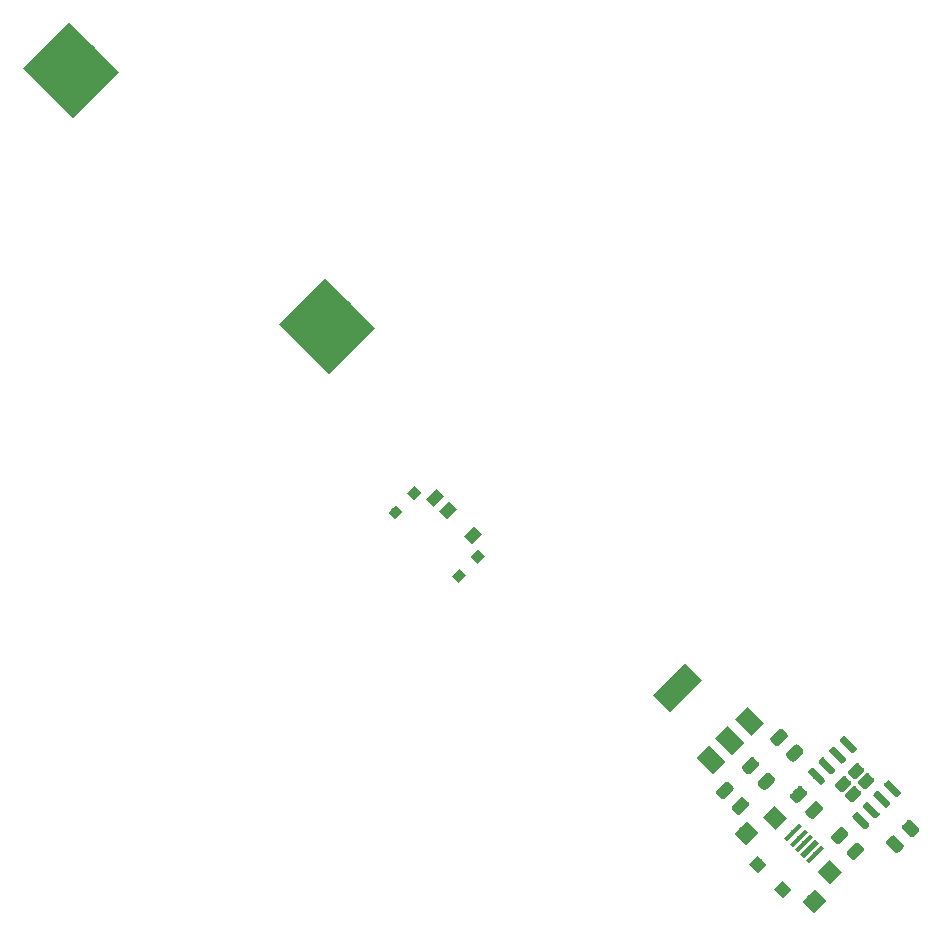
<source format=gbr>
G04 #@! TF.GenerationSoftware,KiCad,Pcbnew,5.1.2*
G04 #@! TF.CreationDate,2019-07-14T10:42:41-05:00*
G04 #@! TF.ProjectId,Master_Sword_(Ocarina_of_Time),4d617374-6572-45f5-9377-6f72645f284f,rev?*
G04 #@! TF.SameCoordinates,Original*
G04 #@! TF.FileFunction,Paste,Bot*
G04 #@! TF.FilePolarity,Positive*
%FSLAX46Y46*%
G04 Gerber Fmt 4.6, Leading zero omitted, Abs format (unit mm)*
G04 Created by KiCad (PCBNEW 5.1.2) date 2019-07-14 10:42:41*
%MOMM*%
%LPD*%
G04 APERTURE LIST*
%ADD10C,5.500000*%
%ADD11C,0.100000*%
%ADD12C,0.975000*%
%ADD13C,1.000000*%
%ADD14C,1.350000*%
%ADD15C,0.400000*%
%ADD16C,1.400000*%
%ADD17C,0.800000*%
%ADD18C,0.900000*%
%ADD19C,0.970000*%
%ADD20C,0.600000*%
%ADD21C,2.000000*%
%ADD22C,1.500000*%
G04 APERTURE END LIST*
D10*
X121548963Y-82634022D03*
D11*
G36*
X125614827Y-82810799D02*
G01*
X121725740Y-86699886D01*
X117483099Y-82457245D01*
X121372186Y-78568158D01*
X125614827Y-82810799D01*
X125614827Y-82810799D01*
G37*
D10*
X99911495Y-60996554D03*
D11*
G36*
X103977359Y-61173331D02*
G01*
X100088272Y-65062418D01*
X95845631Y-60819777D01*
X99734718Y-56930690D01*
X103977359Y-61173331D01*
X103977359Y-61173331D01*
G37*
G36*
X166491473Y-126364829D02*
G01*
X166515134Y-126368339D01*
X166538338Y-126374151D01*
X166560860Y-126382209D01*
X166582484Y-126392437D01*
X166603001Y-126404734D01*
X166622214Y-126418984D01*
X166639938Y-126435048D01*
X166984653Y-126779763D01*
X167000717Y-126797487D01*
X167014967Y-126816700D01*
X167027264Y-126837217D01*
X167037492Y-126858841D01*
X167045550Y-126881363D01*
X167051362Y-126904567D01*
X167054872Y-126928228D01*
X167056046Y-126952120D01*
X167054872Y-126976012D01*
X167051362Y-126999673D01*
X167045550Y-127022877D01*
X167037492Y-127045399D01*
X167027264Y-127067023D01*
X167014967Y-127087540D01*
X167000717Y-127106753D01*
X166984653Y-127124477D01*
X166339418Y-127769712D01*
X166321694Y-127785776D01*
X166302481Y-127800026D01*
X166281964Y-127812323D01*
X166260340Y-127822551D01*
X166237818Y-127830609D01*
X166214614Y-127836421D01*
X166190953Y-127839931D01*
X166167061Y-127841105D01*
X166143169Y-127839931D01*
X166119508Y-127836421D01*
X166096304Y-127830609D01*
X166073782Y-127822551D01*
X166052158Y-127812323D01*
X166031641Y-127800026D01*
X166012428Y-127785776D01*
X165994704Y-127769712D01*
X165649989Y-127424997D01*
X165633925Y-127407273D01*
X165619675Y-127388060D01*
X165607378Y-127367543D01*
X165597150Y-127345919D01*
X165589092Y-127323397D01*
X165583280Y-127300193D01*
X165579770Y-127276532D01*
X165578596Y-127252640D01*
X165579770Y-127228748D01*
X165583280Y-127205087D01*
X165589092Y-127181883D01*
X165597150Y-127159361D01*
X165607378Y-127137737D01*
X165619675Y-127117220D01*
X165633925Y-127098007D01*
X165649989Y-127080283D01*
X166295224Y-126435048D01*
X166312948Y-126418984D01*
X166332161Y-126404734D01*
X166352678Y-126392437D01*
X166374302Y-126382209D01*
X166396824Y-126374151D01*
X166420028Y-126368339D01*
X166443689Y-126364829D01*
X166467581Y-126363655D01*
X166491473Y-126364829D01*
X166491473Y-126364829D01*
G37*
D12*
X166317321Y-127102380D03*
D11*
G36*
X165165647Y-125039003D02*
G01*
X165189308Y-125042513D01*
X165212512Y-125048325D01*
X165235034Y-125056383D01*
X165256658Y-125066611D01*
X165277175Y-125078908D01*
X165296388Y-125093158D01*
X165314112Y-125109222D01*
X165658827Y-125453937D01*
X165674891Y-125471661D01*
X165689141Y-125490874D01*
X165701438Y-125511391D01*
X165711666Y-125533015D01*
X165719724Y-125555537D01*
X165725536Y-125578741D01*
X165729046Y-125602402D01*
X165730220Y-125626294D01*
X165729046Y-125650186D01*
X165725536Y-125673847D01*
X165719724Y-125697051D01*
X165711666Y-125719573D01*
X165701438Y-125741197D01*
X165689141Y-125761714D01*
X165674891Y-125780927D01*
X165658827Y-125798651D01*
X165013592Y-126443886D01*
X164995868Y-126459950D01*
X164976655Y-126474200D01*
X164956138Y-126486497D01*
X164934514Y-126496725D01*
X164911992Y-126504783D01*
X164888788Y-126510595D01*
X164865127Y-126514105D01*
X164841235Y-126515279D01*
X164817343Y-126514105D01*
X164793682Y-126510595D01*
X164770478Y-126504783D01*
X164747956Y-126496725D01*
X164726332Y-126486497D01*
X164705815Y-126474200D01*
X164686602Y-126459950D01*
X164668878Y-126443886D01*
X164324163Y-126099171D01*
X164308099Y-126081447D01*
X164293849Y-126062234D01*
X164281552Y-126041717D01*
X164271324Y-126020093D01*
X164263266Y-125997571D01*
X164257454Y-125974367D01*
X164253944Y-125950706D01*
X164252770Y-125926814D01*
X164253944Y-125902922D01*
X164257454Y-125879261D01*
X164263266Y-125856057D01*
X164271324Y-125833535D01*
X164281552Y-125811911D01*
X164293849Y-125791394D01*
X164308099Y-125772181D01*
X164324163Y-125754457D01*
X164969398Y-125109222D01*
X164987122Y-125093158D01*
X165006335Y-125078908D01*
X165026852Y-125066611D01*
X165048476Y-125056383D01*
X165070998Y-125048325D01*
X165094202Y-125042513D01*
X165117863Y-125039003D01*
X165141755Y-125037829D01*
X165165647Y-125039003D01*
X165165647Y-125039003D01*
G37*
D12*
X164991495Y-125776554D03*
D11*
G36*
X158945648Y-120449004D02*
G01*
X158969309Y-120452514D01*
X158992513Y-120458326D01*
X159015035Y-120466384D01*
X159036659Y-120476612D01*
X159057176Y-120488909D01*
X159076389Y-120503159D01*
X159094113Y-120519223D01*
X159438828Y-120863938D01*
X159454892Y-120881662D01*
X159469142Y-120900875D01*
X159481439Y-120921392D01*
X159491667Y-120943016D01*
X159499725Y-120965538D01*
X159505537Y-120988742D01*
X159509047Y-121012403D01*
X159510221Y-121036295D01*
X159509047Y-121060187D01*
X159505537Y-121083848D01*
X159499725Y-121107052D01*
X159491667Y-121129574D01*
X159481439Y-121151198D01*
X159469142Y-121171715D01*
X159454892Y-121190928D01*
X159438828Y-121208652D01*
X158793593Y-121853887D01*
X158775869Y-121869951D01*
X158756656Y-121884201D01*
X158736139Y-121896498D01*
X158714515Y-121906726D01*
X158691993Y-121914784D01*
X158668789Y-121920596D01*
X158645128Y-121924106D01*
X158621236Y-121925280D01*
X158597344Y-121924106D01*
X158573683Y-121920596D01*
X158550479Y-121914784D01*
X158527957Y-121906726D01*
X158506333Y-121896498D01*
X158485816Y-121884201D01*
X158466603Y-121869951D01*
X158448879Y-121853887D01*
X158104164Y-121509172D01*
X158088100Y-121491448D01*
X158073850Y-121472235D01*
X158061553Y-121451718D01*
X158051325Y-121430094D01*
X158043267Y-121407572D01*
X158037455Y-121384368D01*
X158033945Y-121360707D01*
X158032771Y-121336815D01*
X158033945Y-121312923D01*
X158037455Y-121289262D01*
X158043267Y-121266058D01*
X158051325Y-121243536D01*
X158061553Y-121221912D01*
X158073850Y-121201395D01*
X158088100Y-121182182D01*
X158104164Y-121164458D01*
X158749399Y-120519223D01*
X158767123Y-120503159D01*
X158786336Y-120488909D01*
X158806853Y-120476612D01*
X158828477Y-120466384D01*
X158850999Y-120458326D01*
X158874203Y-120452514D01*
X158897864Y-120449004D01*
X158921756Y-120447830D01*
X158945648Y-120449004D01*
X158945648Y-120449004D01*
G37*
D12*
X158771496Y-121186555D03*
D11*
G36*
X157619822Y-119123178D02*
G01*
X157643483Y-119126688D01*
X157666687Y-119132500D01*
X157689209Y-119140558D01*
X157710833Y-119150786D01*
X157731350Y-119163083D01*
X157750563Y-119177333D01*
X157768287Y-119193397D01*
X158113002Y-119538112D01*
X158129066Y-119555836D01*
X158143316Y-119575049D01*
X158155613Y-119595566D01*
X158165841Y-119617190D01*
X158173899Y-119639712D01*
X158179711Y-119662916D01*
X158183221Y-119686577D01*
X158184395Y-119710469D01*
X158183221Y-119734361D01*
X158179711Y-119758022D01*
X158173899Y-119781226D01*
X158165841Y-119803748D01*
X158155613Y-119825372D01*
X158143316Y-119845889D01*
X158129066Y-119865102D01*
X158113002Y-119882826D01*
X157467767Y-120528061D01*
X157450043Y-120544125D01*
X157430830Y-120558375D01*
X157410313Y-120570672D01*
X157388689Y-120580900D01*
X157366167Y-120588958D01*
X157342963Y-120594770D01*
X157319302Y-120598280D01*
X157295410Y-120599454D01*
X157271518Y-120598280D01*
X157247857Y-120594770D01*
X157224653Y-120588958D01*
X157202131Y-120580900D01*
X157180507Y-120570672D01*
X157159990Y-120558375D01*
X157140777Y-120544125D01*
X157123053Y-120528061D01*
X156778338Y-120183346D01*
X156762274Y-120165622D01*
X156748024Y-120146409D01*
X156735727Y-120125892D01*
X156725499Y-120104268D01*
X156717441Y-120081746D01*
X156711629Y-120058542D01*
X156708119Y-120034881D01*
X156706945Y-120010989D01*
X156708119Y-119987097D01*
X156711629Y-119963436D01*
X156717441Y-119940232D01*
X156725499Y-119917710D01*
X156735727Y-119896086D01*
X156748024Y-119875569D01*
X156762274Y-119856356D01*
X156778338Y-119838632D01*
X157423573Y-119193397D01*
X157441297Y-119177333D01*
X157460510Y-119163083D01*
X157481027Y-119150786D01*
X157502651Y-119140558D01*
X157525173Y-119132500D01*
X157548377Y-119126688D01*
X157572038Y-119123178D01*
X157595930Y-119122004D01*
X157619822Y-119123178D01*
X157619822Y-119123178D01*
G37*
D12*
X157445670Y-119860729D03*
D11*
G36*
X155439821Y-121213177D02*
G01*
X155463482Y-121216687D01*
X155486686Y-121222499D01*
X155509208Y-121230557D01*
X155530832Y-121240785D01*
X155551349Y-121253082D01*
X155570562Y-121267332D01*
X155588286Y-121283396D01*
X155933001Y-121628111D01*
X155949065Y-121645835D01*
X155963315Y-121665048D01*
X155975612Y-121685565D01*
X155985840Y-121707189D01*
X155993898Y-121729711D01*
X155999710Y-121752915D01*
X156003220Y-121776576D01*
X156004394Y-121800468D01*
X156003220Y-121824360D01*
X155999710Y-121848021D01*
X155993898Y-121871225D01*
X155985840Y-121893747D01*
X155975612Y-121915371D01*
X155963315Y-121935888D01*
X155949065Y-121955101D01*
X155933001Y-121972825D01*
X155287766Y-122618060D01*
X155270042Y-122634124D01*
X155250829Y-122648374D01*
X155230312Y-122660671D01*
X155208688Y-122670899D01*
X155186166Y-122678957D01*
X155162962Y-122684769D01*
X155139301Y-122688279D01*
X155115409Y-122689453D01*
X155091517Y-122688279D01*
X155067856Y-122684769D01*
X155044652Y-122678957D01*
X155022130Y-122670899D01*
X155000506Y-122660671D01*
X154979989Y-122648374D01*
X154960776Y-122634124D01*
X154943052Y-122618060D01*
X154598337Y-122273345D01*
X154582273Y-122255621D01*
X154568023Y-122236408D01*
X154555726Y-122215891D01*
X154545498Y-122194267D01*
X154537440Y-122171745D01*
X154531628Y-122148541D01*
X154528118Y-122124880D01*
X154526944Y-122100988D01*
X154528118Y-122077096D01*
X154531628Y-122053435D01*
X154537440Y-122030231D01*
X154545498Y-122007709D01*
X154555726Y-121986085D01*
X154568023Y-121965568D01*
X154582273Y-121946355D01*
X154598337Y-121928631D01*
X155243572Y-121283396D01*
X155261296Y-121267332D01*
X155280509Y-121253082D01*
X155301026Y-121240785D01*
X155322650Y-121230557D01*
X155345172Y-121222499D01*
X155368376Y-121216687D01*
X155392037Y-121213177D01*
X155415929Y-121212003D01*
X155439821Y-121213177D01*
X155439821Y-121213177D01*
G37*
D12*
X155265669Y-121950728D03*
D11*
G36*
X156765647Y-122539003D02*
G01*
X156789308Y-122542513D01*
X156812512Y-122548325D01*
X156835034Y-122556383D01*
X156856658Y-122566611D01*
X156877175Y-122578908D01*
X156896388Y-122593158D01*
X156914112Y-122609222D01*
X157258827Y-122953937D01*
X157274891Y-122971661D01*
X157289141Y-122990874D01*
X157301438Y-123011391D01*
X157311666Y-123033015D01*
X157319724Y-123055537D01*
X157325536Y-123078741D01*
X157329046Y-123102402D01*
X157330220Y-123126294D01*
X157329046Y-123150186D01*
X157325536Y-123173847D01*
X157319724Y-123197051D01*
X157311666Y-123219573D01*
X157301438Y-123241197D01*
X157289141Y-123261714D01*
X157274891Y-123280927D01*
X157258827Y-123298651D01*
X156613592Y-123943886D01*
X156595868Y-123959950D01*
X156576655Y-123974200D01*
X156556138Y-123986497D01*
X156534514Y-123996725D01*
X156511992Y-124004783D01*
X156488788Y-124010595D01*
X156465127Y-124014105D01*
X156441235Y-124015279D01*
X156417343Y-124014105D01*
X156393682Y-124010595D01*
X156370478Y-124004783D01*
X156347956Y-123996725D01*
X156326332Y-123986497D01*
X156305815Y-123974200D01*
X156286602Y-123959950D01*
X156268878Y-123943886D01*
X155924163Y-123599171D01*
X155908099Y-123581447D01*
X155893849Y-123562234D01*
X155881552Y-123541717D01*
X155871324Y-123520093D01*
X155863266Y-123497571D01*
X155857454Y-123474367D01*
X155853944Y-123450706D01*
X155852770Y-123426814D01*
X155853944Y-123402922D01*
X155857454Y-123379261D01*
X155863266Y-123356057D01*
X155871324Y-123333535D01*
X155881552Y-123311911D01*
X155893849Y-123291394D01*
X155908099Y-123272181D01*
X155924163Y-123254457D01*
X156569398Y-122609222D01*
X156587122Y-122593158D01*
X156606335Y-122578908D01*
X156626852Y-122566611D01*
X156648476Y-122556383D01*
X156670998Y-122548325D01*
X156694202Y-122542513D01*
X156717863Y-122539003D01*
X156741755Y-122537829D01*
X156765647Y-122539003D01*
X156765647Y-122539003D01*
G37*
D12*
X156591495Y-123276554D03*
D11*
G36*
X161358560Y-118051917D02*
G01*
X161382221Y-118055427D01*
X161405425Y-118061239D01*
X161427947Y-118069297D01*
X161449571Y-118079525D01*
X161470088Y-118091822D01*
X161489301Y-118106072D01*
X161507025Y-118122136D01*
X161851740Y-118466851D01*
X161867804Y-118484575D01*
X161882054Y-118503788D01*
X161894351Y-118524305D01*
X161904579Y-118545929D01*
X161912637Y-118568451D01*
X161918449Y-118591655D01*
X161921959Y-118615316D01*
X161923133Y-118639208D01*
X161921959Y-118663100D01*
X161918449Y-118686761D01*
X161912637Y-118709965D01*
X161904579Y-118732487D01*
X161894351Y-118754111D01*
X161882054Y-118774628D01*
X161867804Y-118793841D01*
X161851740Y-118811565D01*
X161206505Y-119456800D01*
X161188781Y-119472864D01*
X161169568Y-119487114D01*
X161149051Y-119499411D01*
X161127427Y-119509639D01*
X161104905Y-119517697D01*
X161081701Y-119523509D01*
X161058040Y-119527019D01*
X161034148Y-119528193D01*
X161010256Y-119527019D01*
X160986595Y-119523509D01*
X160963391Y-119517697D01*
X160940869Y-119509639D01*
X160919245Y-119499411D01*
X160898728Y-119487114D01*
X160879515Y-119472864D01*
X160861791Y-119456800D01*
X160517076Y-119112085D01*
X160501012Y-119094361D01*
X160486762Y-119075148D01*
X160474465Y-119054631D01*
X160464237Y-119033007D01*
X160456179Y-119010485D01*
X160450367Y-118987281D01*
X160446857Y-118963620D01*
X160445683Y-118939728D01*
X160446857Y-118915836D01*
X160450367Y-118892175D01*
X160456179Y-118868971D01*
X160464237Y-118846449D01*
X160474465Y-118824825D01*
X160486762Y-118804308D01*
X160501012Y-118785095D01*
X160517076Y-118767371D01*
X161162311Y-118122136D01*
X161180035Y-118106072D01*
X161199248Y-118091822D01*
X161219765Y-118079525D01*
X161241389Y-118069297D01*
X161263911Y-118061239D01*
X161287115Y-118055427D01*
X161310776Y-118051917D01*
X161334668Y-118050743D01*
X161358560Y-118051917D01*
X161358560Y-118051917D01*
G37*
D12*
X161184408Y-118789468D03*
D11*
G36*
X160032734Y-116726091D02*
G01*
X160056395Y-116729601D01*
X160079599Y-116735413D01*
X160102121Y-116743471D01*
X160123745Y-116753699D01*
X160144262Y-116765996D01*
X160163475Y-116780246D01*
X160181199Y-116796310D01*
X160525914Y-117141025D01*
X160541978Y-117158749D01*
X160556228Y-117177962D01*
X160568525Y-117198479D01*
X160578753Y-117220103D01*
X160586811Y-117242625D01*
X160592623Y-117265829D01*
X160596133Y-117289490D01*
X160597307Y-117313382D01*
X160596133Y-117337274D01*
X160592623Y-117360935D01*
X160586811Y-117384139D01*
X160578753Y-117406661D01*
X160568525Y-117428285D01*
X160556228Y-117448802D01*
X160541978Y-117468015D01*
X160525914Y-117485739D01*
X159880679Y-118130974D01*
X159862955Y-118147038D01*
X159843742Y-118161288D01*
X159823225Y-118173585D01*
X159801601Y-118183813D01*
X159779079Y-118191871D01*
X159755875Y-118197683D01*
X159732214Y-118201193D01*
X159708322Y-118202367D01*
X159684430Y-118201193D01*
X159660769Y-118197683D01*
X159637565Y-118191871D01*
X159615043Y-118183813D01*
X159593419Y-118173585D01*
X159572902Y-118161288D01*
X159553689Y-118147038D01*
X159535965Y-118130974D01*
X159191250Y-117786259D01*
X159175186Y-117768535D01*
X159160936Y-117749322D01*
X159148639Y-117728805D01*
X159138411Y-117707181D01*
X159130353Y-117684659D01*
X159124541Y-117661455D01*
X159121031Y-117637794D01*
X159119857Y-117613902D01*
X159121031Y-117590010D01*
X159124541Y-117566349D01*
X159130353Y-117543145D01*
X159138411Y-117520623D01*
X159148639Y-117498999D01*
X159160936Y-117478482D01*
X159175186Y-117459269D01*
X159191250Y-117441545D01*
X159836485Y-116796310D01*
X159854209Y-116780246D01*
X159873422Y-116765996D01*
X159893939Y-116753699D01*
X159915563Y-116743471D01*
X159938085Y-116735413D01*
X159961289Y-116729601D01*
X159984950Y-116726091D01*
X160008842Y-116724917D01*
X160032734Y-116726091D01*
X160032734Y-116726091D01*
G37*
D12*
X159858582Y-117463642D03*
D13*
X158056571Y-128226352D03*
D11*
G36*
X158799033Y-128261707D02*
G01*
X158091926Y-128968814D01*
X157314109Y-128190997D01*
X158021216Y-127483890D01*
X158799033Y-128261707D01*
X158799033Y-128261707D01*
G37*
D13*
X160177891Y-130347672D03*
D11*
G36*
X160920353Y-130383027D02*
G01*
X160213246Y-131090134D01*
X159435429Y-130312317D01*
X160142536Y-129605210D01*
X160920353Y-130383027D01*
X160920353Y-130383027D01*
G37*
D14*
X157070157Y-125571166D03*
D11*
G36*
X158077784Y-125518133D02*
G01*
X157017124Y-126578793D01*
X156062530Y-125624199D01*
X157123190Y-124563539D01*
X158077784Y-125518133D01*
X158077784Y-125518133D01*
G37*
D14*
X162833077Y-131334086D03*
D11*
G36*
X163840704Y-131281053D02*
G01*
X162780044Y-132341713D01*
X161825450Y-131387119D01*
X162886110Y-130326459D01*
X163840704Y-131281053D01*
X163840704Y-131281053D01*
G37*
D15*
X161061774Y-125503991D03*
D11*
G36*
X161839591Y-125009016D02*
G01*
X160566799Y-126281808D01*
X160283957Y-125998966D01*
X161556749Y-124726174D01*
X161839591Y-125009016D01*
X161839591Y-125009016D01*
G37*
D15*
X162900252Y-127342469D03*
D11*
G36*
X163678069Y-126847494D02*
G01*
X162405277Y-128120286D01*
X162122435Y-127837444D01*
X163395227Y-126564652D01*
X163678069Y-126847494D01*
X163678069Y-126847494D01*
G37*
D15*
X161521394Y-125963610D03*
D11*
G36*
X162299211Y-125468635D02*
G01*
X161026419Y-126741427D01*
X160743577Y-126458585D01*
X162016369Y-125185793D01*
X162299211Y-125468635D01*
X162299211Y-125468635D01*
G37*
D15*
X162440633Y-126882849D03*
D11*
G36*
X163218450Y-126387874D02*
G01*
X161945658Y-127660666D01*
X161662816Y-127377824D01*
X162935608Y-126105032D01*
X163218450Y-126387874D01*
X163218450Y-126387874D01*
G37*
D15*
X161981013Y-126423230D03*
D11*
G36*
X162758830Y-125928255D02*
G01*
X161486038Y-127201047D01*
X161203196Y-126918205D01*
X162475988Y-125645413D01*
X162758830Y-125928255D01*
X162758830Y-125928255D01*
G37*
D16*
X159541495Y-124266554D03*
D11*
G36*
X160566800Y-124301909D02*
G01*
X159576850Y-125291859D01*
X158516190Y-124231199D01*
X159506140Y-123241249D01*
X160566800Y-124301909D01*
X160566800Y-124301909D01*
G37*
D16*
X164137689Y-128862748D03*
D11*
G36*
X165162994Y-128898103D02*
G01*
X164173044Y-129888053D01*
X163112384Y-128827393D01*
X164102334Y-127837443D01*
X165162994Y-128898103D01*
X165162994Y-128898103D01*
G37*
G36*
X170870953Y-124443177D02*
G01*
X170894614Y-124446687D01*
X170917818Y-124452499D01*
X170940340Y-124460557D01*
X170961964Y-124470785D01*
X170982481Y-124483082D01*
X171001694Y-124497332D01*
X171019418Y-124513396D01*
X171664653Y-125158631D01*
X171680717Y-125176355D01*
X171694967Y-125195568D01*
X171707264Y-125216085D01*
X171717492Y-125237709D01*
X171725550Y-125260231D01*
X171731362Y-125283435D01*
X171734872Y-125307096D01*
X171736046Y-125330988D01*
X171734872Y-125354880D01*
X171731362Y-125378541D01*
X171725550Y-125401745D01*
X171717492Y-125424267D01*
X171707264Y-125445891D01*
X171694967Y-125466408D01*
X171680717Y-125485621D01*
X171664653Y-125503345D01*
X171319938Y-125848060D01*
X171302214Y-125864124D01*
X171283001Y-125878374D01*
X171262484Y-125890671D01*
X171240860Y-125900899D01*
X171218338Y-125908957D01*
X171195134Y-125914769D01*
X171171473Y-125918279D01*
X171147581Y-125919453D01*
X171123689Y-125918279D01*
X171100028Y-125914769D01*
X171076824Y-125908957D01*
X171054302Y-125900899D01*
X171032678Y-125890671D01*
X171012161Y-125878374D01*
X170992948Y-125864124D01*
X170975224Y-125848060D01*
X170329989Y-125202825D01*
X170313925Y-125185101D01*
X170299675Y-125165888D01*
X170287378Y-125145371D01*
X170277150Y-125123747D01*
X170269092Y-125101225D01*
X170263280Y-125078021D01*
X170259770Y-125054360D01*
X170258596Y-125030468D01*
X170259770Y-125006576D01*
X170263280Y-124982915D01*
X170269092Y-124959711D01*
X170277150Y-124937189D01*
X170287378Y-124915565D01*
X170299675Y-124895048D01*
X170313925Y-124875835D01*
X170329989Y-124858111D01*
X170674704Y-124513396D01*
X170692428Y-124497332D01*
X170711641Y-124483082D01*
X170732158Y-124470785D01*
X170753782Y-124460557D01*
X170776304Y-124452499D01*
X170799508Y-124446687D01*
X170823169Y-124443177D01*
X170847061Y-124442003D01*
X170870953Y-124443177D01*
X170870953Y-124443177D01*
G37*
D12*
X170997321Y-125180728D03*
D11*
G36*
X169545127Y-125769003D02*
G01*
X169568788Y-125772513D01*
X169591992Y-125778325D01*
X169614514Y-125786383D01*
X169636138Y-125796611D01*
X169656655Y-125808908D01*
X169675868Y-125823158D01*
X169693592Y-125839222D01*
X170338827Y-126484457D01*
X170354891Y-126502181D01*
X170369141Y-126521394D01*
X170381438Y-126541911D01*
X170391666Y-126563535D01*
X170399724Y-126586057D01*
X170405536Y-126609261D01*
X170409046Y-126632922D01*
X170410220Y-126656814D01*
X170409046Y-126680706D01*
X170405536Y-126704367D01*
X170399724Y-126727571D01*
X170391666Y-126750093D01*
X170381438Y-126771717D01*
X170369141Y-126792234D01*
X170354891Y-126811447D01*
X170338827Y-126829171D01*
X169994112Y-127173886D01*
X169976388Y-127189950D01*
X169957175Y-127204200D01*
X169936658Y-127216497D01*
X169915034Y-127226725D01*
X169892512Y-127234783D01*
X169869308Y-127240595D01*
X169845647Y-127244105D01*
X169821755Y-127245279D01*
X169797863Y-127244105D01*
X169774202Y-127240595D01*
X169750998Y-127234783D01*
X169728476Y-127226725D01*
X169706852Y-127216497D01*
X169686335Y-127204200D01*
X169667122Y-127189950D01*
X169649398Y-127173886D01*
X169004163Y-126528651D01*
X168988099Y-126510927D01*
X168973849Y-126491714D01*
X168961552Y-126471197D01*
X168951324Y-126449573D01*
X168943266Y-126427051D01*
X168937454Y-126403847D01*
X168933944Y-126380186D01*
X168932770Y-126356294D01*
X168933944Y-126332402D01*
X168937454Y-126308741D01*
X168943266Y-126285537D01*
X168951324Y-126263015D01*
X168961552Y-126241391D01*
X168973849Y-126220874D01*
X168988099Y-126201661D01*
X169004163Y-126183937D01*
X169348878Y-125839222D01*
X169366602Y-125823158D01*
X169385815Y-125808908D01*
X169406332Y-125796611D01*
X169427956Y-125786383D01*
X169450478Y-125778325D01*
X169473682Y-125772513D01*
X169497343Y-125769003D01*
X169521235Y-125767829D01*
X169545127Y-125769003D01*
X169545127Y-125769003D01*
G37*
D12*
X169671495Y-126506554D03*
D11*
G36*
X162995648Y-122879004D02*
G01*
X163019309Y-122882514D01*
X163042513Y-122888326D01*
X163065035Y-122896384D01*
X163086659Y-122906612D01*
X163107176Y-122918909D01*
X163126389Y-122933159D01*
X163144113Y-122949223D01*
X163488828Y-123293938D01*
X163504892Y-123311662D01*
X163519142Y-123330875D01*
X163531439Y-123351392D01*
X163541667Y-123373016D01*
X163549725Y-123395538D01*
X163555537Y-123418742D01*
X163559047Y-123442403D01*
X163560221Y-123466295D01*
X163559047Y-123490187D01*
X163555537Y-123513848D01*
X163549725Y-123537052D01*
X163541667Y-123559574D01*
X163531439Y-123581198D01*
X163519142Y-123601715D01*
X163504892Y-123620928D01*
X163488828Y-123638652D01*
X162843593Y-124283887D01*
X162825869Y-124299951D01*
X162806656Y-124314201D01*
X162786139Y-124326498D01*
X162764515Y-124336726D01*
X162741993Y-124344784D01*
X162718789Y-124350596D01*
X162695128Y-124354106D01*
X162671236Y-124355280D01*
X162647344Y-124354106D01*
X162623683Y-124350596D01*
X162600479Y-124344784D01*
X162577957Y-124336726D01*
X162556333Y-124326498D01*
X162535816Y-124314201D01*
X162516603Y-124299951D01*
X162498879Y-124283887D01*
X162154164Y-123939172D01*
X162138100Y-123921448D01*
X162123850Y-123902235D01*
X162111553Y-123881718D01*
X162101325Y-123860094D01*
X162093267Y-123837572D01*
X162087455Y-123814368D01*
X162083945Y-123790707D01*
X162082771Y-123766815D01*
X162083945Y-123742923D01*
X162087455Y-123719262D01*
X162093267Y-123696058D01*
X162101325Y-123673536D01*
X162111553Y-123651912D01*
X162123850Y-123631395D01*
X162138100Y-123612182D01*
X162154164Y-123594458D01*
X162799399Y-122949223D01*
X162817123Y-122933159D01*
X162836336Y-122918909D01*
X162856853Y-122906612D01*
X162878477Y-122896384D01*
X162900999Y-122888326D01*
X162924203Y-122882514D01*
X162947864Y-122879004D01*
X162971756Y-122877830D01*
X162995648Y-122879004D01*
X162995648Y-122879004D01*
G37*
D12*
X162821496Y-123616555D03*
D11*
G36*
X161669822Y-121553178D02*
G01*
X161693483Y-121556688D01*
X161716687Y-121562500D01*
X161739209Y-121570558D01*
X161760833Y-121580786D01*
X161781350Y-121593083D01*
X161800563Y-121607333D01*
X161818287Y-121623397D01*
X162163002Y-121968112D01*
X162179066Y-121985836D01*
X162193316Y-122005049D01*
X162205613Y-122025566D01*
X162215841Y-122047190D01*
X162223899Y-122069712D01*
X162229711Y-122092916D01*
X162233221Y-122116577D01*
X162234395Y-122140469D01*
X162233221Y-122164361D01*
X162229711Y-122188022D01*
X162223899Y-122211226D01*
X162215841Y-122233748D01*
X162205613Y-122255372D01*
X162193316Y-122275889D01*
X162179066Y-122295102D01*
X162163002Y-122312826D01*
X161517767Y-122958061D01*
X161500043Y-122974125D01*
X161480830Y-122988375D01*
X161460313Y-123000672D01*
X161438689Y-123010900D01*
X161416167Y-123018958D01*
X161392963Y-123024770D01*
X161369302Y-123028280D01*
X161345410Y-123029454D01*
X161321518Y-123028280D01*
X161297857Y-123024770D01*
X161274653Y-123018958D01*
X161252131Y-123010900D01*
X161230507Y-123000672D01*
X161209990Y-122988375D01*
X161190777Y-122974125D01*
X161173053Y-122958061D01*
X160828338Y-122613346D01*
X160812274Y-122595622D01*
X160798024Y-122576409D01*
X160785727Y-122555892D01*
X160775499Y-122534268D01*
X160767441Y-122511746D01*
X160761629Y-122488542D01*
X160758119Y-122464881D01*
X160756945Y-122440989D01*
X160758119Y-122417097D01*
X160761629Y-122393436D01*
X160767441Y-122370232D01*
X160775499Y-122347710D01*
X160785727Y-122326086D01*
X160798024Y-122305569D01*
X160812274Y-122286356D01*
X160828338Y-122268632D01*
X161473573Y-121623397D01*
X161491297Y-121607333D01*
X161510510Y-121593083D01*
X161531027Y-121580786D01*
X161552651Y-121570558D01*
X161575173Y-121562500D01*
X161598377Y-121556688D01*
X161622038Y-121553178D01*
X161645930Y-121552004D01*
X161669822Y-121553178D01*
X161669822Y-121553178D01*
G37*
D12*
X161495670Y-122290729D03*
D17*
X127351316Y-98402722D03*
D11*
G36*
X126750275Y-98438077D02*
G01*
X127386671Y-97801681D01*
X127952357Y-98367367D01*
X127315961Y-99003763D01*
X126750275Y-98438077D01*
X126750275Y-98438077D01*
G37*
D17*
X132725328Y-103776734D03*
D11*
G36*
X132124287Y-103812089D02*
G01*
X132760683Y-103175693D01*
X133326369Y-103741379D01*
X132689973Y-104377775D01*
X132124287Y-103812089D01*
X132124287Y-103812089D01*
G37*
D17*
X134358745Y-102157459D03*
D11*
G36*
X133757704Y-102192814D02*
G01*
X134394100Y-101556418D01*
X134959786Y-102122104D01*
X134323390Y-102758500D01*
X133757704Y-102192814D01*
X133757704Y-102192814D01*
G37*
D17*
X128977662Y-96776376D03*
D11*
G36*
X128376621Y-96811731D02*
G01*
X129013017Y-96175335D01*
X129578703Y-96741021D01*
X128942307Y-97377417D01*
X128376621Y-96811731D01*
X128376621Y-96811731D01*
G37*
D18*
X130763107Y-97182963D03*
D11*
G36*
X130002967Y-97306707D02*
G01*
X130886851Y-96422823D01*
X131523247Y-97059219D01*
X130639363Y-97943103D01*
X130002967Y-97306707D01*
X130002967Y-97306707D01*
G37*
D18*
X131823767Y-98243623D03*
D11*
G36*
X131063627Y-98367367D02*
G01*
X131947511Y-97483483D01*
X132583907Y-98119879D01*
X131700023Y-99003763D01*
X131063627Y-98367367D01*
X131063627Y-98367367D01*
G37*
D18*
X133945087Y-100364943D03*
D11*
G36*
X133184947Y-100488687D02*
G01*
X134068831Y-99604803D01*
X134705227Y-100241199D01*
X133821343Y-101125083D01*
X133184947Y-100488687D01*
X133184947Y-100488687D01*
G37*
G36*
X167336532Y-120479537D02*
G01*
X167360072Y-120483029D01*
X167383157Y-120488811D01*
X167405564Y-120496828D01*
X167427077Y-120507003D01*
X167447489Y-120519238D01*
X167466603Y-120533414D01*
X167484236Y-120549396D01*
X167827183Y-120892343D01*
X167843165Y-120909976D01*
X167857341Y-120929090D01*
X167869576Y-120949502D01*
X167879751Y-120971015D01*
X167887768Y-120993422D01*
X167893550Y-121016507D01*
X167897042Y-121040047D01*
X167898210Y-121063816D01*
X167897042Y-121087585D01*
X167893550Y-121111125D01*
X167887768Y-121134210D01*
X167879751Y-121156617D01*
X167869576Y-121178130D01*
X167857341Y-121198542D01*
X167843165Y-121217656D01*
X167827183Y-121235289D01*
X167286246Y-121776226D01*
X167268613Y-121792208D01*
X167249499Y-121806384D01*
X167229087Y-121818619D01*
X167207574Y-121828794D01*
X167185167Y-121836811D01*
X167162082Y-121842593D01*
X167138542Y-121846085D01*
X167114773Y-121847253D01*
X167091004Y-121846085D01*
X167067464Y-121842593D01*
X167044379Y-121836811D01*
X167021972Y-121828794D01*
X167000459Y-121818619D01*
X166980047Y-121806384D01*
X166960933Y-121792208D01*
X166943300Y-121776226D01*
X166600353Y-121433279D01*
X166584371Y-121415646D01*
X166570195Y-121396532D01*
X166557960Y-121376120D01*
X166547785Y-121354607D01*
X166539768Y-121332200D01*
X166533986Y-121309115D01*
X166530494Y-121285575D01*
X166529326Y-121261806D01*
X166530494Y-121238037D01*
X166533986Y-121214497D01*
X166539768Y-121191412D01*
X166547785Y-121169005D01*
X166557960Y-121147492D01*
X166570195Y-121127080D01*
X166584371Y-121107966D01*
X166600353Y-121090333D01*
X167141290Y-120549396D01*
X167158923Y-120533414D01*
X167178037Y-120519238D01*
X167198449Y-120507003D01*
X167219962Y-120496828D01*
X167242369Y-120488811D01*
X167265454Y-120483029D01*
X167288994Y-120479537D01*
X167312763Y-120478369D01*
X167336532Y-120479537D01*
X167336532Y-120479537D01*
G37*
D19*
X167213768Y-121162811D03*
D11*
G36*
X166240516Y-121575553D02*
G01*
X166264056Y-121579045D01*
X166287141Y-121584827D01*
X166309548Y-121592844D01*
X166331061Y-121603019D01*
X166351473Y-121615254D01*
X166370587Y-121629430D01*
X166388220Y-121645412D01*
X166731167Y-121988359D01*
X166747149Y-122005992D01*
X166761325Y-122025106D01*
X166773560Y-122045518D01*
X166783735Y-122067031D01*
X166791752Y-122089438D01*
X166797534Y-122112523D01*
X166801026Y-122136063D01*
X166802194Y-122159832D01*
X166801026Y-122183601D01*
X166797534Y-122207141D01*
X166791752Y-122230226D01*
X166783735Y-122252633D01*
X166773560Y-122274146D01*
X166761325Y-122294558D01*
X166747149Y-122313672D01*
X166731167Y-122331305D01*
X166190230Y-122872242D01*
X166172597Y-122888224D01*
X166153483Y-122902400D01*
X166133071Y-122914635D01*
X166111558Y-122924810D01*
X166089151Y-122932827D01*
X166066066Y-122938609D01*
X166042526Y-122942101D01*
X166018757Y-122943269D01*
X165994988Y-122942101D01*
X165971448Y-122938609D01*
X165948363Y-122932827D01*
X165925956Y-122924810D01*
X165904443Y-122914635D01*
X165884031Y-122902400D01*
X165864917Y-122888224D01*
X165847284Y-122872242D01*
X165504337Y-122529295D01*
X165488355Y-122511662D01*
X165474179Y-122492548D01*
X165461944Y-122472136D01*
X165451769Y-122450623D01*
X165443752Y-122428216D01*
X165437970Y-122405131D01*
X165434478Y-122381591D01*
X165433310Y-122357822D01*
X165434478Y-122334053D01*
X165437970Y-122310513D01*
X165443752Y-122287428D01*
X165451769Y-122265021D01*
X165461944Y-122243508D01*
X165474179Y-122223096D01*
X165488355Y-122203982D01*
X165504337Y-122186349D01*
X166045274Y-121645412D01*
X166062907Y-121629430D01*
X166082021Y-121615254D01*
X166102433Y-121603019D01*
X166123946Y-121592844D01*
X166146353Y-121584827D01*
X166169438Y-121579045D01*
X166192978Y-121575553D01*
X166216747Y-121574385D01*
X166240516Y-121575553D01*
X166240516Y-121575553D01*
G37*
D19*
X166117752Y-122258827D03*
D11*
G36*
X166488004Y-119631009D02*
G01*
X166511544Y-119634501D01*
X166534629Y-119640283D01*
X166557036Y-119648300D01*
X166578549Y-119658475D01*
X166598961Y-119670710D01*
X166618075Y-119684886D01*
X166635708Y-119700868D01*
X166978655Y-120043815D01*
X166994637Y-120061448D01*
X167008813Y-120080562D01*
X167021048Y-120100974D01*
X167031223Y-120122487D01*
X167039240Y-120144894D01*
X167045022Y-120167979D01*
X167048514Y-120191519D01*
X167049682Y-120215288D01*
X167048514Y-120239057D01*
X167045022Y-120262597D01*
X167039240Y-120285682D01*
X167031223Y-120308089D01*
X167021048Y-120329602D01*
X167008813Y-120350014D01*
X166994637Y-120369128D01*
X166978655Y-120386761D01*
X166437718Y-120927698D01*
X166420085Y-120943680D01*
X166400971Y-120957856D01*
X166380559Y-120970091D01*
X166359046Y-120980266D01*
X166336639Y-120988283D01*
X166313554Y-120994065D01*
X166290014Y-120997557D01*
X166266245Y-120998725D01*
X166242476Y-120997557D01*
X166218936Y-120994065D01*
X166195851Y-120988283D01*
X166173444Y-120980266D01*
X166151931Y-120970091D01*
X166131519Y-120957856D01*
X166112405Y-120943680D01*
X166094772Y-120927698D01*
X165751825Y-120584751D01*
X165735843Y-120567118D01*
X165721667Y-120548004D01*
X165709432Y-120527592D01*
X165699257Y-120506079D01*
X165691240Y-120483672D01*
X165685458Y-120460587D01*
X165681966Y-120437047D01*
X165680798Y-120413278D01*
X165681966Y-120389509D01*
X165685458Y-120365969D01*
X165691240Y-120342884D01*
X165699257Y-120320477D01*
X165709432Y-120298964D01*
X165721667Y-120278552D01*
X165735843Y-120259438D01*
X165751825Y-120241805D01*
X166292762Y-119700868D01*
X166310395Y-119684886D01*
X166329509Y-119670710D01*
X166349921Y-119658475D01*
X166371434Y-119648300D01*
X166393841Y-119640283D01*
X166416926Y-119634501D01*
X166440466Y-119631009D01*
X166464235Y-119629841D01*
X166488004Y-119631009D01*
X166488004Y-119631009D01*
G37*
D19*
X166365240Y-120314283D03*
D11*
G36*
X165391988Y-120727025D02*
G01*
X165415528Y-120730517D01*
X165438613Y-120736299D01*
X165461020Y-120744316D01*
X165482533Y-120754491D01*
X165502945Y-120766726D01*
X165522059Y-120780902D01*
X165539692Y-120796884D01*
X165882639Y-121139831D01*
X165898621Y-121157464D01*
X165912797Y-121176578D01*
X165925032Y-121196990D01*
X165935207Y-121218503D01*
X165943224Y-121240910D01*
X165949006Y-121263995D01*
X165952498Y-121287535D01*
X165953666Y-121311304D01*
X165952498Y-121335073D01*
X165949006Y-121358613D01*
X165943224Y-121381698D01*
X165935207Y-121404105D01*
X165925032Y-121425618D01*
X165912797Y-121446030D01*
X165898621Y-121465144D01*
X165882639Y-121482777D01*
X165341702Y-122023714D01*
X165324069Y-122039696D01*
X165304955Y-122053872D01*
X165284543Y-122066107D01*
X165263030Y-122076282D01*
X165240623Y-122084299D01*
X165217538Y-122090081D01*
X165193998Y-122093573D01*
X165170229Y-122094741D01*
X165146460Y-122093573D01*
X165122920Y-122090081D01*
X165099835Y-122084299D01*
X165077428Y-122076282D01*
X165055915Y-122066107D01*
X165035503Y-122053872D01*
X165016389Y-122039696D01*
X164998756Y-122023714D01*
X164655809Y-121680767D01*
X164639827Y-121663134D01*
X164625651Y-121644020D01*
X164613416Y-121623608D01*
X164603241Y-121602095D01*
X164595224Y-121579688D01*
X164589442Y-121556603D01*
X164585950Y-121533063D01*
X164584782Y-121509294D01*
X164585950Y-121485525D01*
X164589442Y-121461985D01*
X164595224Y-121438900D01*
X164603241Y-121416493D01*
X164613416Y-121394980D01*
X164625651Y-121374568D01*
X164639827Y-121355454D01*
X164655809Y-121337821D01*
X165196746Y-120796884D01*
X165214379Y-120780902D01*
X165233493Y-120766726D01*
X165253905Y-120754491D01*
X165275418Y-120744316D01*
X165297825Y-120736299D01*
X165320910Y-120730517D01*
X165344450Y-120727025D01*
X165368219Y-120725857D01*
X165391988Y-120727025D01*
X165391988Y-120727025D01*
G37*
D19*
X165269224Y-121410299D03*
D11*
G36*
X169123517Y-121098387D02*
G01*
X169138078Y-121100547D01*
X169152357Y-121104124D01*
X169166217Y-121109083D01*
X169179524Y-121115377D01*
X169192150Y-121122945D01*
X169203973Y-121131713D01*
X169214880Y-121141599D01*
X170134118Y-122060837D01*
X170144004Y-122071744D01*
X170152772Y-122083567D01*
X170160340Y-122096193D01*
X170166634Y-122109500D01*
X170171593Y-122123360D01*
X170175170Y-122137639D01*
X170177330Y-122152200D01*
X170178052Y-122166903D01*
X170177330Y-122181606D01*
X170175170Y-122196167D01*
X170171593Y-122210446D01*
X170166634Y-122224306D01*
X170160340Y-122237613D01*
X170152772Y-122250239D01*
X170144004Y-122262062D01*
X170134118Y-122272969D01*
X169921986Y-122485101D01*
X169911079Y-122494987D01*
X169899256Y-122503755D01*
X169886630Y-122511323D01*
X169873323Y-122517617D01*
X169859463Y-122522576D01*
X169845184Y-122526153D01*
X169830623Y-122528313D01*
X169815920Y-122529035D01*
X169801217Y-122528313D01*
X169786656Y-122526153D01*
X169772377Y-122522576D01*
X169758517Y-122517617D01*
X169745210Y-122511323D01*
X169732584Y-122503755D01*
X169720761Y-122494987D01*
X169709854Y-122485101D01*
X168790616Y-121565863D01*
X168780730Y-121554956D01*
X168771962Y-121543133D01*
X168764394Y-121530507D01*
X168758100Y-121517200D01*
X168753141Y-121503340D01*
X168749564Y-121489061D01*
X168747404Y-121474500D01*
X168746682Y-121459797D01*
X168747404Y-121445094D01*
X168749564Y-121430533D01*
X168753141Y-121416254D01*
X168758100Y-121402394D01*
X168764394Y-121389087D01*
X168771962Y-121376461D01*
X168780730Y-121364638D01*
X168790616Y-121353731D01*
X169002748Y-121141599D01*
X169013655Y-121131713D01*
X169025478Y-121122945D01*
X169038104Y-121115377D01*
X169051411Y-121109083D01*
X169065271Y-121104124D01*
X169079550Y-121100547D01*
X169094111Y-121098387D01*
X169108814Y-121097665D01*
X169123517Y-121098387D01*
X169123517Y-121098387D01*
G37*
D20*
X169462367Y-121813350D03*
D11*
G36*
X168225492Y-121996412D02*
G01*
X168240053Y-121998572D01*
X168254332Y-122002149D01*
X168268192Y-122007108D01*
X168281499Y-122013402D01*
X168294125Y-122020970D01*
X168305948Y-122029738D01*
X168316855Y-122039624D01*
X169236093Y-122958862D01*
X169245979Y-122969769D01*
X169254747Y-122981592D01*
X169262315Y-122994218D01*
X169268609Y-123007525D01*
X169273568Y-123021385D01*
X169277145Y-123035664D01*
X169279305Y-123050225D01*
X169280027Y-123064928D01*
X169279305Y-123079631D01*
X169277145Y-123094192D01*
X169273568Y-123108471D01*
X169268609Y-123122331D01*
X169262315Y-123135638D01*
X169254747Y-123148264D01*
X169245979Y-123160087D01*
X169236093Y-123170994D01*
X169023961Y-123383126D01*
X169013054Y-123393012D01*
X169001231Y-123401780D01*
X168988605Y-123409348D01*
X168975298Y-123415642D01*
X168961438Y-123420601D01*
X168947159Y-123424178D01*
X168932598Y-123426338D01*
X168917895Y-123427060D01*
X168903192Y-123426338D01*
X168888631Y-123424178D01*
X168874352Y-123420601D01*
X168860492Y-123415642D01*
X168847185Y-123409348D01*
X168834559Y-123401780D01*
X168822736Y-123393012D01*
X168811829Y-123383126D01*
X167892591Y-122463888D01*
X167882705Y-122452981D01*
X167873937Y-122441158D01*
X167866369Y-122428532D01*
X167860075Y-122415225D01*
X167855116Y-122401365D01*
X167851539Y-122387086D01*
X167849379Y-122372525D01*
X167848657Y-122357822D01*
X167849379Y-122343119D01*
X167851539Y-122328558D01*
X167855116Y-122314279D01*
X167860075Y-122300419D01*
X167866369Y-122287112D01*
X167873937Y-122274486D01*
X167882705Y-122262663D01*
X167892591Y-122251756D01*
X168104723Y-122039624D01*
X168115630Y-122029738D01*
X168127453Y-122020970D01*
X168140079Y-122013402D01*
X168153386Y-122007108D01*
X168167246Y-122002149D01*
X168181525Y-121998572D01*
X168196086Y-121996412D01*
X168210789Y-121995690D01*
X168225492Y-121996412D01*
X168225492Y-121996412D01*
G37*
D20*
X168564342Y-122711375D03*
D11*
G36*
X167327466Y-122894438D02*
G01*
X167342027Y-122896598D01*
X167356306Y-122900175D01*
X167370166Y-122905134D01*
X167383473Y-122911428D01*
X167396099Y-122918996D01*
X167407922Y-122927764D01*
X167418829Y-122937650D01*
X168338067Y-123856888D01*
X168347953Y-123867795D01*
X168356721Y-123879618D01*
X168364289Y-123892244D01*
X168370583Y-123905551D01*
X168375542Y-123919411D01*
X168379119Y-123933690D01*
X168381279Y-123948251D01*
X168382001Y-123962954D01*
X168381279Y-123977657D01*
X168379119Y-123992218D01*
X168375542Y-124006497D01*
X168370583Y-124020357D01*
X168364289Y-124033664D01*
X168356721Y-124046290D01*
X168347953Y-124058113D01*
X168338067Y-124069020D01*
X168125935Y-124281152D01*
X168115028Y-124291038D01*
X168103205Y-124299806D01*
X168090579Y-124307374D01*
X168077272Y-124313668D01*
X168063412Y-124318627D01*
X168049133Y-124322204D01*
X168034572Y-124324364D01*
X168019869Y-124325086D01*
X168005166Y-124324364D01*
X167990605Y-124322204D01*
X167976326Y-124318627D01*
X167962466Y-124313668D01*
X167949159Y-124307374D01*
X167936533Y-124299806D01*
X167924710Y-124291038D01*
X167913803Y-124281152D01*
X166994565Y-123361914D01*
X166984679Y-123351007D01*
X166975911Y-123339184D01*
X166968343Y-123326558D01*
X166962049Y-123313251D01*
X166957090Y-123299391D01*
X166953513Y-123285112D01*
X166951353Y-123270551D01*
X166950631Y-123255848D01*
X166951353Y-123241145D01*
X166953513Y-123226584D01*
X166957090Y-123212305D01*
X166962049Y-123198445D01*
X166968343Y-123185138D01*
X166975911Y-123172512D01*
X166984679Y-123160689D01*
X166994565Y-123149782D01*
X167206697Y-122937650D01*
X167217604Y-122927764D01*
X167229427Y-122918996D01*
X167242053Y-122911428D01*
X167255360Y-122905134D01*
X167269220Y-122900175D01*
X167283499Y-122896598D01*
X167298060Y-122894438D01*
X167312763Y-122893716D01*
X167327466Y-122894438D01*
X167327466Y-122894438D01*
G37*
D20*
X167666316Y-123609401D03*
D11*
G36*
X166429441Y-123792463D02*
G01*
X166444002Y-123794623D01*
X166458281Y-123798200D01*
X166472141Y-123803159D01*
X166485448Y-123809453D01*
X166498074Y-123817021D01*
X166509897Y-123825789D01*
X166520804Y-123835675D01*
X167440042Y-124754913D01*
X167449928Y-124765820D01*
X167458696Y-124777643D01*
X167466264Y-124790269D01*
X167472558Y-124803576D01*
X167477517Y-124817436D01*
X167481094Y-124831715D01*
X167483254Y-124846276D01*
X167483976Y-124860979D01*
X167483254Y-124875682D01*
X167481094Y-124890243D01*
X167477517Y-124904522D01*
X167472558Y-124918382D01*
X167466264Y-124931689D01*
X167458696Y-124944315D01*
X167449928Y-124956138D01*
X167440042Y-124967045D01*
X167227910Y-125179177D01*
X167217003Y-125189063D01*
X167205180Y-125197831D01*
X167192554Y-125205399D01*
X167179247Y-125211693D01*
X167165387Y-125216652D01*
X167151108Y-125220229D01*
X167136547Y-125222389D01*
X167121844Y-125223111D01*
X167107141Y-125222389D01*
X167092580Y-125220229D01*
X167078301Y-125216652D01*
X167064441Y-125211693D01*
X167051134Y-125205399D01*
X167038508Y-125197831D01*
X167026685Y-125189063D01*
X167015778Y-125179177D01*
X166096540Y-124259939D01*
X166086654Y-124249032D01*
X166077886Y-124237209D01*
X166070318Y-124224583D01*
X166064024Y-124211276D01*
X166059065Y-124197416D01*
X166055488Y-124183137D01*
X166053328Y-124168576D01*
X166052606Y-124153873D01*
X166053328Y-124139170D01*
X166055488Y-124124609D01*
X166059065Y-124110330D01*
X166064024Y-124096470D01*
X166070318Y-124083163D01*
X166077886Y-124070537D01*
X166086654Y-124058714D01*
X166096540Y-124047807D01*
X166308672Y-123835675D01*
X166319579Y-123825789D01*
X166331402Y-123817021D01*
X166344028Y-123809453D01*
X166357335Y-123803159D01*
X166371195Y-123798200D01*
X166385474Y-123794623D01*
X166400035Y-123792463D01*
X166414738Y-123791741D01*
X166429441Y-123792463D01*
X166429441Y-123792463D01*
G37*
D20*
X166768291Y-124507426D03*
D11*
G36*
X162681775Y-120044797D02*
G01*
X162696336Y-120046957D01*
X162710615Y-120050534D01*
X162724475Y-120055493D01*
X162737782Y-120061787D01*
X162750408Y-120069355D01*
X162762231Y-120078123D01*
X162773138Y-120088009D01*
X163692376Y-121007247D01*
X163702262Y-121018154D01*
X163711030Y-121029977D01*
X163718598Y-121042603D01*
X163724892Y-121055910D01*
X163729851Y-121069770D01*
X163733428Y-121084049D01*
X163735588Y-121098610D01*
X163736310Y-121113313D01*
X163735588Y-121128016D01*
X163733428Y-121142577D01*
X163729851Y-121156856D01*
X163724892Y-121170716D01*
X163718598Y-121184023D01*
X163711030Y-121196649D01*
X163702262Y-121208472D01*
X163692376Y-121219379D01*
X163480244Y-121431511D01*
X163469337Y-121441397D01*
X163457514Y-121450165D01*
X163444888Y-121457733D01*
X163431581Y-121464027D01*
X163417721Y-121468986D01*
X163403442Y-121472563D01*
X163388881Y-121474723D01*
X163374178Y-121475445D01*
X163359475Y-121474723D01*
X163344914Y-121472563D01*
X163330635Y-121468986D01*
X163316775Y-121464027D01*
X163303468Y-121457733D01*
X163290842Y-121450165D01*
X163279019Y-121441397D01*
X163268112Y-121431511D01*
X162348874Y-120512273D01*
X162338988Y-120501366D01*
X162330220Y-120489543D01*
X162322652Y-120476917D01*
X162316358Y-120463610D01*
X162311399Y-120449750D01*
X162307822Y-120435471D01*
X162305662Y-120420910D01*
X162304940Y-120406207D01*
X162305662Y-120391504D01*
X162307822Y-120376943D01*
X162311399Y-120362664D01*
X162316358Y-120348804D01*
X162322652Y-120335497D01*
X162330220Y-120322871D01*
X162338988Y-120311048D01*
X162348874Y-120300141D01*
X162561006Y-120088009D01*
X162571913Y-120078123D01*
X162583736Y-120069355D01*
X162596362Y-120061787D01*
X162609669Y-120055493D01*
X162623529Y-120050534D01*
X162637808Y-120046957D01*
X162652369Y-120044797D01*
X162667072Y-120044075D01*
X162681775Y-120044797D01*
X162681775Y-120044797D01*
G37*
D20*
X163020625Y-120759760D03*
D11*
G36*
X163579800Y-119146772D02*
G01*
X163594361Y-119148932D01*
X163608640Y-119152509D01*
X163622500Y-119157468D01*
X163635807Y-119163762D01*
X163648433Y-119171330D01*
X163660256Y-119180098D01*
X163671163Y-119189984D01*
X164590401Y-120109222D01*
X164600287Y-120120129D01*
X164609055Y-120131952D01*
X164616623Y-120144578D01*
X164622917Y-120157885D01*
X164627876Y-120171745D01*
X164631453Y-120186024D01*
X164633613Y-120200585D01*
X164634335Y-120215288D01*
X164633613Y-120229991D01*
X164631453Y-120244552D01*
X164627876Y-120258831D01*
X164622917Y-120272691D01*
X164616623Y-120285998D01*
X164609055Y-120298624D01*
X164600287Y-120310447D01*
X164590401Y-120321354D01*
X164378269Y-120533486D01*
X164367362Y-120543372D01*
X164355539Y-120552140D01*
X164342913Y-120559708D01*
X164329606Y-120566002D01*
X164315746Y-120570961D01*
X164301467Y-120574538D01*
X164286906Y-120576698D01*
X164272203Y-120577420D01*
X164257500Y-120576698D01*
X164242939Y-120574538D01*
X164228660Y-120570961D01*
X164214800Y-120566002D01*
X164201493Y-120559708D01*
X164188867Y-120552140D01*
X164177044Y-120543372D01*
X164166137Y-120533486D01*
X163246899Y-119614248D01*
X163237013Y-119603341D01*
X163228245Y-119591518D01*
X163220677Y-119578892D01*
X163214383Y-119565585D01*
X163209424Y-119551725D01*
X163205847Y-119537446D01*
X163203687Y-119522885D01*
X163202965Y-119508182D01*
X163203687Y-119493479D01*
X163205847Y-119478918D01*
X163209424Y-119464639D01*
X163214383Y-119450779D01*
X163220677Y-119437472D01*
X163228245Y-119424846D01*
X163237013Y-119413023D01*
X163246899Y-119402116D01*
X163459031Y-119189984D01*
X163469938Y-119180098D01*
X163481761Y-119171330D01*
X163494387Y-119163762D01*
X163507694Y-119157468D01*
X163521554Y-119152509D01*
X163535833Y-119148932D01*
X163550394Y-119146772D01*
X163565097Y-119146050D01*
X163579800Y-119146772D01*
X163579800Y-119146772D01*
G37*
D20*
X163918650Y-119861735D03*
D11*
G36*
X164477826Y-118248746D02*
G01*
X164492387Y-118250906D01*
X164506666Y-118254483D01*
X164520526Y-118259442D01*
X164533833Y-118265736D01*
X164546459Y-118273304D01*
X164558282Y-118282072D01*
X164569189Y-118291958D01*
X165488427Y-119211196D01*
X165498313Y-119222103D01*
X165507081Y-119233926D01*
X165514649Y-119246552D01*
X165520943Y-119259859D01*
X165525902Y-119273719D01*
X165529479Y-119287998D01*
X165531639Y-119302559D01*
X165532361Y-119317262D01*
X165531639Y-119331965D01*
X165529479Y-119346526D01*
X165525902Y-119360805D01*
X165520943Y-119374665D01*
X165514649Y-119387972D01*
X165507081Y-119400598D01*
X165498313Y-119412421D01*
X165488427Y-119423328D01*
X165276295Y-119635460D01*
X165265388Y-119645346D01*
X165253565Y-119654114D01*
X165240939Y-119661682D01*
X165227632Y-119667976D01*
X165213772Y-119672935D01*
X165199493Y-119676512D01*
X165184932Y-119678672D01*
X165170229Y-119679394D01*
X165155526Y-119678672D01*
X165140965Y-119676512D01*
X165126686Y-119672935D01*
X165112826Y-119667976D01*
X165099519Y-119661682D01*
X165086893Y-119654114D01*
X165075070Y-119645346D01*
X165064163Y-119635460D01*
X164144925Y-118716222D01*
X164135039Y-118705315D01*
X164126271Y-118693492D01*
X164118703Y-118680866D01*
X164112409Y-118667559D01*
X164107450Y-118653699D01*
X164103873Y-118639420D01*
X164101713Y-118624859D01*
X164100991Y-118610156D01*
X164101713Y-118595453D01*
X164103873Y-118580892D01*
X164107450Y-118566613D01*
X164112409Y-118552753D01*
X164118703Y-118539446D01*
X164126271Y-118526820D01*
X164135039Y-118514997D01*
X164144925Y-118504090D01*
X164357057Y-118291958D01*
X164367964Y-118282072D01*
X164379787Y-118273304D01*
X164392413Y-118265736D01*
X164405720Y-118259442D01*
X164419580Y-118254483D01*
X164433859Y-118250906D01*
X164448420Y-118248746D01*
X164463123Y-118248024D01*
X164477826Y-118248746D01*
X164477826Y-118248746D01*
G37*
D20*
X164816676Y-118963709D03*
D11*
G36*
X165375851Y-117350721D02*
G01*
X165390412Y-117352881D01*
X165404691Y-117356458D01*
X165418551Y-117361417D01*
X165431858Y-117367711D01*
X165444484Y-117375279D01*
X165456307Y-117384047D01*
X165467214Y-117393933D01*
X166386452Y-118313171D01*
X166396338Y-118324078D01*
X166405106Y-118335901D01*
X166412674Y-118348527D01*
X166418968Y-118361834D01*
X166423927Y-118375694D01*
X166427504Y-118389973D01*
X166429664Y-118404534D01*
X166430386Y-118419237D01*
X166429664Y-118433940D01*
X166427504Y-118448501D01*
X166423927Y-118462780D01*
X166418968Y-118476640D01*
X166412674Y-118489947D01*
X166405106Y-118502573D01*
X166396338Y-118514396D01*
X166386452Y-118525303D01*
X166174320Y-118737435D01*
X166163413Y-118747321D01*
X166151590Y-118756089D01*
X166138964Y-118763657D01*
X166125657Y-118769951D01*
X166111797Y-118774910D01*
X166097518Y-118778487D01*
X166082957Y-118780647D01*
X166068254Y-118781369D01*
X166053551Y-118780647D01*
X166038990Y-118778487D01*
X166024711Y-118774910D01*
X166010851Y-118769951D01*
X165997544Y-118763657D01*
X165984918Y-118756089D01*
X165973095Y-118747321D01*
X165962188Y-118737435D01*
X165042950Y-117818197D01*
X165033064Y-117807290D01*
X165024296Y-117795467D01*
X165016728Y-117782841D01*
X165010434Y-117769534D01*
X165005475Y-117755674D01*
X165001898Y-117741395D01*
X164999738Y-117726834D01*
X164999016Y-117712131D01*
X164999738Y-117697428D01*
X165001898Y-117682867D01*
X165005475Y-117668588D01*
X165010434Y-117654728D01*
X165016728Y-117641421D01*
X165024296Y-117628795D01*
X165033064Y-117616972D01*
X165042950Y-117606065D01*
X165255082Y-117393933D01*
X165265989Y-117384047D01*
X165277812Y-117375279D01*
X165290438Y-117367711D01*
X165303745Y-117361417D01*
X165317605Y-117356458D01*
X165331884Y-117352881D01*
X165346445Y-117350721D01*
X165361148Y-117349999D01*
X165375851Y-117350721D01*
X165375851Y-117350721D01*
G37*
D20*
X165714701Y-118065684D03*
D21*
X151241495Y-113276555D03*
D11*
G36*
X153292105Y-112640159D02*
G01*
X150605099Y-115327165D01*
X149190885Y-113912951D01*
X151877891Y-111225945D01*
X153292105Y-112640159D01*
X153292105Y-112640159D01*
G37*
D22*
X155696267Y-117731327D03*
D11*
G36*
X156933704Y-117908104D02*
G01*
X155873044Y-118968764D01*
X154458830Y-117554550D01*
X155519490Y-116493890D01*
X156933704Y-117908104D01*
X156933704Y-117908104D01*
G37*
D22*
X154069922Y-119357673D03*
D11*
G36*
X155307359Y-119534450D02*
G01*
X154246699Y-120595110D01*
X152832485Y-119180896D01*
X153893145Y-118120236D01*
X155307359Y-119534450D01*
X155307359Y-119534450D01*
G37*
D22*
X157322613Y-116104982D03*
D11*
G36*
X158560050Y-116281759D02*
G01*
X157499390Y-117342419D01*
X156085176Y-115928205D01*
X157145836Y-114867545D01*
X158560050Y-116281759D01*
X158560050Y-116281759D01*
G37*
M02*

</source>
